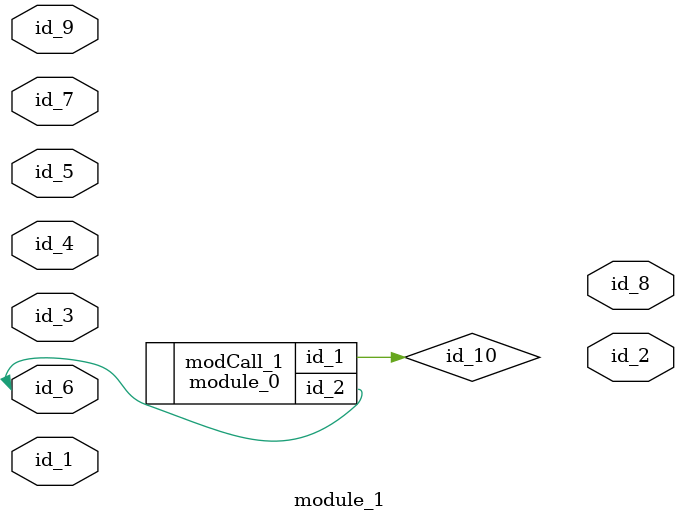
<source format=v>
module module_0 (
    id_1,
    id_2
);
  inout wire id_2;
  inout wire id_1;
  assign id_1 = id_2;
  wire id_3;
endmodule
module module_1 (
    id_1,
    id_2,
    id_3,
    id_4,
    id_5,
    id_6,
    id_7,
    id_8,
    id_9
);
  input wire id_9;
  output wire id_8;
  input wire id_7;
  inout wire id_6;
  inout wire id_5;
  inout wire id_4;
  input wire id_3;
  output wire id_2;
  input wire id_1;
  wire id_10;
  module_0 modCall_1 (
      id_10,
      id_6
  );
endmodule

</source>
